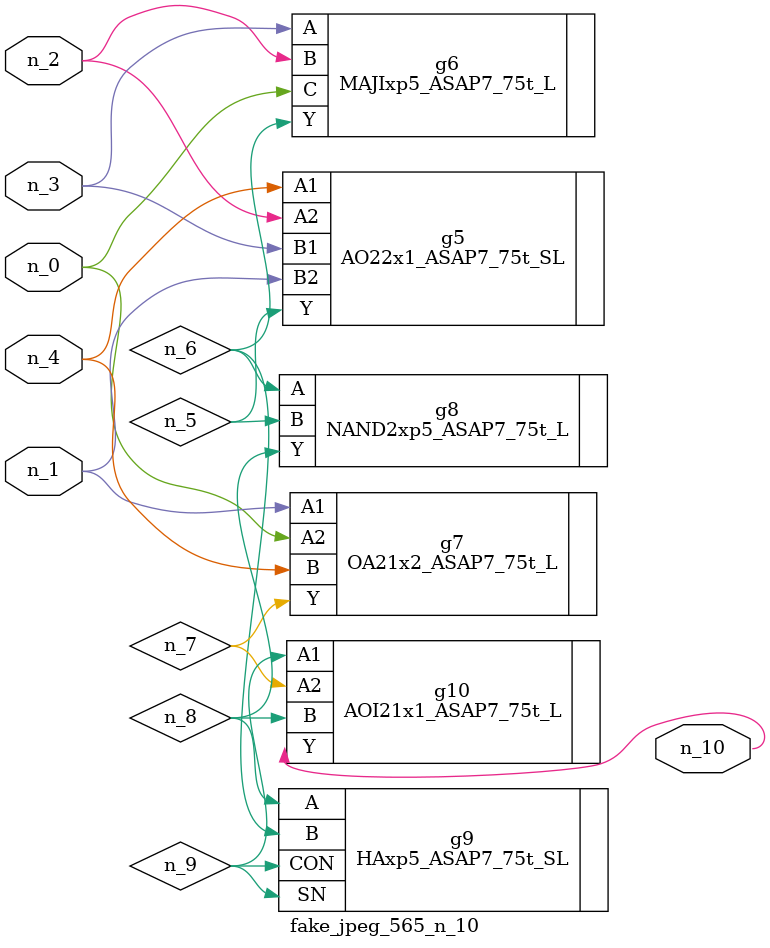
<source format=v>
module fake_jpeg_565_n_10 (n_3, n_2, n_1, n_0, n_4, n_10);

input n_3;
input n_2;
input n_1;
input n_0;
input n_4;

output n_10;

wire n_8;
wire n_9;
wire n_6;
wire n_5;
wire n_7;

AO22x1_ASAP7_75t_SL g5 ( 
.A1(n_4),
.A2(n_2),
.B1(n_3),
.B2(n_1),
.Y(n_5)
);

MAJIxp5_ASAP7_75t_L g6 ( 
.A(n_3),
.B(n_2),
.C(n_0),
.Y(n_6)
);

OA21x2_ASAP7_75t_L g7 ( 
.A1(n_1),
.A2(n_0),
.B(n_4),
.Y(n_7)
);

NAND2xp5_ASAP7_75t_L g8 ( 
.A(n_6),
.B(n_5),
.Y(n_8)
);

HAxp5_ASAP7_75t_SL g9 ( 
.A(n_8),
.B(n_6),
.CON(n_9),
.SN(n_9)
);

AOI21x1_ASAP7_75t_L g10 ( 
.A1(n_9),
.A2(n_7),
.B(n_8),
.Y(n_10)
);


endmodule
</source>
